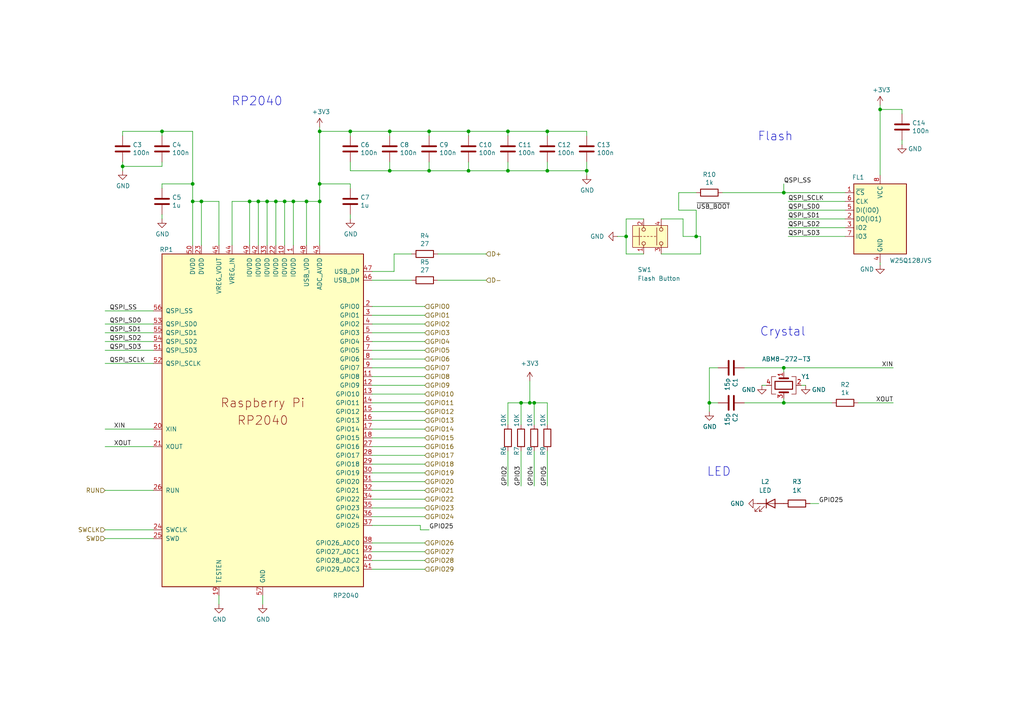
<source format=kicad_sch>
(kicad_sch (version 20231120) (generator "eeschema") (generator_version "8.0")
  (paper "A4")
  (title_block (title "FRANK2") (date "2024-11-21") (rev "1.0") (company "Mikhail Matveev") (comment 1 "https://github.com/xtremespb/frank2"))
  (lib_symbols
    (symbol "+3V3_1" (power) (pin_numbers hide) (pin_names (offset 0) hide)
      (property "Value" "+3V3" (at 0 3.556 0))
      (symbol "+3V3_1_0_1"
        (polyline (pts (xy -0.762 1.27) (xy 0 2.54)))
        (polyline (pts (xy 0 0) (xy 0 2.54)))
        (polyline (pts (xy 0 2.54) (xy 0.762 1.27)))
      )
      (symbol "+3V3_1_1_1"
        (pin power_in line (at 0 0 90) (length 0) (name "~") (number "1"))
      )
    )
    (symbol "Device:C" (pin_numbers hide) (pin_names (offset 0.254))
      (property "Reference" "C" (at 0.635 2.54 0))
      (property "Value" "C" (at 0.635 -2.54 0))
      (symbol "C_0_1"
        (polyline (pts (xy -2.032 -0.762) (xy 2.032 -0.762)) (stroke (width 0.508)))
        (polyline (pts (xy -2.032 0.762) (xy 2.032 0.762)) (stroke (width 0.508)))
      )
      (symbol "C_1_1"
        (pin passive line (at 0 3.81 270) (length 2.794) (name "~") (number "1"))
        (pin passive line (at 0 -3.81 90) (length 2.794) (name "~") (number "2"))
      )
    )
    (symbol "Device:Crystal_GND24" (pin_names (offset 1.016) hide)
      (property "Reference" "Y" (at 3.175 5.08 0))
      (property "Value" "Crystal_GND24" (at 3.175 3.175 0))
      (symbol "Crystal_GND24_0_1"
        (rectangle (start -1.143 2.54) (end 1.143 -2.54) (stroke (width 0.3048)))
        (polyline (pts (xy -2.54 0) (xy -2.032 0)))
        (polyline (pts (xy -2.032 -1.27) (xy -2.032 1.27)) (stroke (width 0.508)))
        (polyline (pts (xy 0 -3.81) (xy 0 -3.556)))
        (polyline (pts (xy 0 3.556) (xy 0 3.81)))
        (polyline (pts (xy 2.032 -1.27) (xy 2.032 1.27)) (stroke (width 0.508)))
        (polyline (pts (xy 2.032 0) (xy 2.54 0)))
        (polyline (pts (xy -2.54 -2.286) (xy -2.54 -3.556) (xy 2.54 -3.556) (xy 2.54 -2.286)))
        (polyline (pts (xy -2.54 2.286) (xy -2.54 3.556) (xy 2.54 3.556) (xy 2.54 2.286)))
      )
      (symbol "Crystal_GND24_1_1"
        (pin passive line (at -3.81 0 0) (length 1.27) (name "1") (number "1"))
        (pin passive line (at 0 5.08 270) (length 1.27) (name "2") (number "2"))
        (pin passive line (at 3.81 0 180) (length 1.27) (name "3") (number "3"))
        (pin passive line (at 0 -5.08 90) (length 1.27) (name "4") (number "4"))
      )
    )
    (symbol "Device:LED" (pin_numbers hide) (pin_names (offset 1.016) hide)
      (property "Reference" "D" (at 0 2.54 0))
      (property "Value" "LED" (at 0 -2.54 0))
      (symbol "LED_0_1"
        (polyline (pts (xy -1.27 -1.27) (xy -1.27 1.27)) (stroke (width 0.254)))
        (polyline (pts (xy -1.27 0) (xy 1.27 0)))
        (polyline (pts (xy 1.27 -1.27) (xy 1.27 1.27) (xy -1.27 0) (xy 1.27 -1.27)) (stroke (width 0.254)))
        (polyline (pts (xy -3.048 -0.762) (xy -4.572 -2.286) (xy -3.81 -2.286) (xy -4.572 -2.286) (xy -4.572 -1.524)))
        (polyline (pts (xy -1.778 -0.762) (xy -3.302 -2.286) (xy -2.54 -2.286) (xy -3.302 -2.286) (xy -3.302 -1.524)))
      )
      (symbol "LED_1_1"
        (pin passive line (at -3.81 0 0) (length 2.54) (name "K") (number "1"))
        (pin passive line (at 3.81 0 180) (length 2.54) (name "A") (number "2"))
      )
    )
    (symbol "Device:R" (pin_numbers hide) (pin_names (offset 0))
      (property "Reference" "R" (at 2.032 0 90))
      (property "Value" "R" (at 0 0 90))
      (symbol "R_0_1"
        (rectangle (start -1.016 -2.54) (end 1.016 2.54) (stroke (width 0.254)))
      )
      (symbol "R_1_1"
        (pin passive line (at 0 3.81 270) (length 1.27) (name "~") (number "1"))
        (pin passive line (at 0 -3.81 90) (length 1.27) (name "~") (number "2"))
      )
    )
    (symbol "GND_1" (power) (pin_numbers hide) (pin_names (offset 0) hide)
      (property "Value" "GND" (at 0 -3.81 0))
      (symbol "GND_1_0_1"
        (polyline (pts (xy 0 0) (xy 0 -1.27) (xy 1.27 -1.27) (xy 0 -2.54) (xy -1.27 -1.27) (xy 0 -1.27)))
      )
      (symbol "GND_1_1_1"
        (pin power_in line (at 0 0 270) (length 0) (name "~") (number "1"))
      )
    )
    (symbol "GND_2" (power) (pin_numbers hide) (pin_names (offset 0) hide)
      (property "Value" "GND" (at 0 -3.81 0))
      (symbol "GND_2_0_1"
        (polyline (pts (xy 0 0) (xy 0 -1.27) (xy 1.27 -1.27) (xy 0 -2.54) (xy -1.27 -1.27) (xy 0 -1.27)))
      )
      (symbol "GND_2_1_1"
        (pin power_in line (at 0 0 270) (length 0) (name "~") (number "1"))
      )
    )
    (symbol "MCU_RaspberryPi_RP2040:RP2040" (pin_names (offset 1.016))
      (property "Reference" "U" (at -29.21 49.53 0))
      (property "Value" "RP2040" (at 24.13 -49.53 0))
      (symbol "RP2040_0_0"
        (text "Raspberry Pi" (at 0 5.08 0) (effects (font (size 2.54 2.54))))
        (text "RP2040" (at 0 0 0) (effects (font (size 2.54 2.54))))
      )
      (symbol "RP2040_0_1"
        (rectangle (start 29.21 48.26) (end -29.21 -48.26) (stroke (width 0.254)) (fill (type background)))
      )
      (symbol "RP2040_1_1"
        (pin power_in line (at 8.89 50.8 270) (length 2.54) (name "IOVDD") (number "1"))
        (pin power_in line (at 6.35 50.8 270) (length 2.54) (name "IOVDD") (number "10"))
        (pin bidirectional line (at 31.75 12.7 180) (length 2.54) (name "GPIO8") (number "11"))
        (pin bidirectional line (at 31.75 10.16 180) (length 2.54) (name "GPIO9") (number "12"))
        (pin bidirectional line (at 31.75 7.62 180) (length 2.54) (name "GPIO10") (number "13"))
        (pin bidirectional line (at 31.75 5.08 180) (length 2.54) (name "GPIO11") (number "14"))
        (pin bidirectional line (at 31.75 2.54 180) (length 2.54) (name "GPIO12") (number "15"))
        (pin bidirectional line (at 31.75 0 180) (length 2.54) (name "GPIO13") (number "16"))
        (pin bidirectional line (at 31.75 -2.54 180) (length 2.54) (name "GPIO14") (number "17"))
        (pin bidirectional line (at 31.75 -5.08 180) (length 2.54) (name "GPIO15") (number "18"))
        (pin passive line (at -12.7 -50.8 90) (length 2.54) (name "TESTEN") (number "19"))
        (pin bidirectional line (at 31.75 33.02 180) (length 2.54) (name "GPIO0") (number "2"))
        (pin input line (at -31.75 -2.54 0) (length 2.54) (name "XIN") (number "20"))
        (pin passive line (at -31.75 -7.62 0) (length 2.54) (name "XOUT") (number "21"))
        (pin power_in line (at 3.81 50.8 270) (length 2.54) (name "IOVDD") (number "22"))
        (pin power_in line (at -17.78 50.8 270) (length 2.54) (name "DVDD") (number "23"))
        (pin output line (at -31.75 -31.75 0) (length 2.54) (name "SWCLK") (number "24"))
        (pin bidirectional line (at -31.75 -34.29 0) (length 2.54) (name "SWD") (number "25"))
        (pin input line (at -31.75 -20.32 0) (length 2.54) (name "RUN") (number "26"))
        (pin bidirectional line (at 31.75 -7.62 180) (length 2.54) (name "GPIO16") (number "27"))
        (pin bidirectional line (at 31.75 -10.16 180) (length 2.54) (name "GPIO17") (number "28"))
        (pin bidirectional line (at 31.75 -12.7 180) (length 2.54) (name "GPIO18") (number "29"))
        (pin bidirectional line (at 31.75 30.48 180) (length 2.54) (name "GPIO1") (number "3"))
        (pin bidirectional line (at 31.75 -15.24 180) (length 2.54) (name "GPIO19") (number "30"))
        (pin bidirectional line (at 31.75 -17.78 180) (length 2.54) (name "GPIO20") (number "31"))
        (pin bidirectional line (at 31.75 -20.32 180) (length 2.54) (name "GPIO21") (number "32"))
        (pin power_in line (at 1.27 50.8 270) (length 2.54) (name "IOVDD") (number "33"))
        (pin bidirectional line (at 31.75 -22.86 180) (length 2.54) (name "GPIO22") (number "34"))
        (pin bidirectional line (at 31.75 -25.4 180) (length 2.54) (name "GPIO23") (number "35"))
        (pin bidirectional line (at 31.75 -27.94 180) (length 2.54) (name "GPIO24") (number "36"))
        (pin bidirectional line (at 31.75 -30.48 180) (length 2.54) (name "GPIO25") (number "37"))
        (pin bidirectional line (at 31.75 -35.56 180) (length 2.54) (name "GPIO26_ADC0") (number "38"))
        (pin bidirectional line (at 31.75 -38.1 180) (length 2.54) (name "GPIO27_ADC1") (number "39"))
        (pin bidirectional line (at 31.75 27.94 180) (length 2.54) (name "GPIO2") (number "4"))
        (pin bidirectional line (at 31.75 -40.64 180) (length 2.54) (name "GPIO28_ADC2") (number "40"))
        (pin bidirectional line (at 31.75 -43.18 180) (length 2.54) (name "GPIO29_ADC3") (number "41"))
        (pin power_in line (at -1.27 50.8 270) (length 2.54) (name "IOVDD") (number "42"))
        (pin power_in line (at 16.51 50.8 270) (length 2.54) (name "ADC_AVDD") (number "43"))
        (pin power_in line (at -8.89 50.8 270) (length 2.54) (name "VREG_IN") (number "44"))
        (pin power_out line (at -12.7 50.8 270) (length 2.54) (name "VREG_VOUT") (number "45"))
        (pin bidirectional line (at 31.75 40.64 180) (length 2.54) (name "USB_DM") (number "46"))
        (pin bidirectional line (at 31.75 43.18 180) (length 2.54) (name "USB_DP") (number "47"))
        (pin power_in line (at 12.7 50.8 270) (length 2.54) (name "USB_VDD") (number "48"))
        (pin power_in line (at -3.81 50.8 270) (length 2.54) (name "IOVDD") (number "49"))
        (pin bidirectional line (at 31.75 25.4 180) (length 2.54) (name "GPIO3") (number "5"))
        (pin power_in line (at -20.32 50.8 270) (length 2.54) (name "DVDD") (number "50"))
        (pin bidirectional line (at -31.75 20.32 0) (length 2.54) (name "QSPI_SD3") (number "51"))
        (pin output line (at -31.75 16.51 0) (length 2.54) (name "QSPI_SCLK") (number "52"))
        (pin bidirectional line (at -31.75 27.94 0) (length 2.54) (name "QSPI_SD0") (number "53"))
        (pin bidirectional line (at -31.75 22.86 0) (length 2.54) (name "QSPI_SD2") (number "54"))
        (pin bidirectional line (at -31.75 25.4 0) (length 2.54) (name "QSPI_SD1") (number "55"))
        (pin bidirectional line (at -31.75 31.75 0) (length 2.54) (name "QSPI_SS") (number "56"))
        (pin power_in line (at 0 -50.8 90) (length 2.54) (name "GND") (number "57"))
        (pin bidirectional line (at 31.75 22.86 180) (length 2.54) (name "GPIO4") (number "6"))
        (pin bidirectional line (at 31.75 20.32 180) (length 2.54) (name "GPIO5") (number "7"))
        (pin bidirectional line (at 31.75 17.78 180) (length 2.54) (name "GPIO6") (number "8"))
        (pin bidirectional line (at 31.75 15.24 180) (length 2.54) (name "GPIO7") (number "9"))
      )
    )
    (symbol "Memory_Flash:W25Q128JVS"
      (property "Reference" "U" (at -8.89 8.89 0))
      (property "Value" "W25Q128JVS" (at 7.62 8.89 0))
      (symbol "W25Q128JVS_0_1"
        (rectangle (start -7.62 10.16) (end 7.62 -10.16) (stroke (width 0.254)) (fill (type background)))
      )
      (symbol "W25Q128JVS_1_1"
        (pin input line (at -10.16 7.62 0) (length 2.54) (name "~{CS}") (number "1"))
        (pin bidirectional line (at -10.16 0 0) (length 2.54) (name "DO(IO1)") (number "2"))
        (pin bidirectional line (at -10.16 -2.54 0) (length 2.54) (name "IO2") (number "3"))
        (pin power_in line (at 0 -12.7 90) (length 2.54) (name "GND") (number "4"))
        (pin bidirectional line (at -10.16 2.54 0) (length 2.54) (name "DI(IO0)") (number "5"))
        (pin input line (at -10.16 5.08 0) (length 2.54) (name "CLK") (number "6"))
        (pin bidirectional line (at -10.16 -5.08 0) (length 2.54) (name "IO3") (number "7"))
        (pin power_in line (at 0 12.7 270) (length 2.54) (name "VCC") (number "8"))
      )
    )
    (symbol "Switch:SW_Push_Dual" (pin_names (offset 1.016) hide)
      (property "Reference" "SW" (at 0 7.62 0))
      (property "Value" "SW_Push_Dual" (at 0 -6.35 0))
      (symbol "SW_Push_Dual_0_1"
        (circle (center -2.032 -2.54) (radius 0.508))
        (circle (center -2.032 2.54) (radius 0.508))
        (polyline (pts (xy 0 -0.508) (xy 0 -1.016)))
        (polyline (pts (xy 0 0.508) (xy 0 0)))
        (polyline (pts (xy 0 1.016) (xy 0 1.524)))
        (polyline (pts (xy 0 2.032) (xy 0 2.54)))
        (polyline (pts (xy 0 3.048) (xy 0 3.556)))
        (polyline (pts (xy 0 3.81) (xy 0 5.588)))
        (polyline (pts (xy 2.54 -1.27) (xy -2.54 -1.27)))
        (polyline (pts (xy 2.54 3.81) (xy -2.54 3.81)))
        (circle (center 2.032 -2.54) (radius 0.508))
        (circle (center 2.032 2.54) (radius 0.508))
        (pin passive line (at -5.08 2.54 0) (length 2.54) (name "1") (number "1"))
        (pin passive line (at 5.08 2.54 180) (length 2.54) (name "2") (number "2"))
        (pin passive line (at -5.08 -2.54 0) (length 2.54) (name "3") (number "3"))
        (pin passive line (at 5.08 -2.54 180) (length 2.54) (name "4") (number "4"))
      )
      (symbol "SW_Push_Dual_1_1"
        (rectangle (start -3.175 5.715) (end 3.175 -4.445) (fill (type background)))
      )
    )
    (symbol "power:+3V3" (power) (pin_names (offset 0))
      (property "Value" "+3V3" (at 0 3.556 0))
      (symbol "+3V3_0_1"
        (polyline (pts (xy -0.762 1.27) (xy 0 2.54)))
        (polyline (pts (xy 0 0) (xy 0 2.54)))
        (polyline (pts (xy 0 2.54) (xy 0.762 1.27)))
      )
      (symbol "+3V3_1_1"
        (pin power_in line (at 0 0 90) (length 0) hide (name "+3V3") (number "1"))
      )
    )
    (symbol "power:GND" (power) (pin_names (offset 0))
      (property "Value" "GND" (at 0 -3.81 0))
      (symbol "GND_0_1"
        (polyline (pts (xy 0 0) (xy 0 -1.27) (xy 1.27 -1.27) (xy 0 -2.54) (xy -1.27 -1.27) (xy 0 -1.27)))
      )
      (symbol "GND_1_1"
        (pin power_in line (at 0 0 270) (length 0) hide (name "GND") (number "1"))
      )
    )
  )
  (junction (at 58.42 58.42))
  (junction (at 205.74 116.84))
  (junction (at 113.03 49.53))
  (junction (at 88.9 58.42))
  (junction (at 101.6 38.1))
  (junction (at 158.75 49.53))
  (junction (at 72.39 58.42))
  (junction (at 151.13 116.84))
  (junction (at 154.94 116.84))
  (junction (at 82.55 58.42))
  (junction (at 92.71 53.34))
  (junction (at 153.67 116.84))
  (junction (at 170.18 49.53))
  (junction (at 35.56 48.26))
  (junction (at 147.32 49.53))
  (junction (at 80.01 58.42))
  (junction (at 135.89 38.1))
  (junction (at 55.88 53.34))
  (junction (at 113.03 38.1))
  (junction (at 46.99 38.1))
  (junction (at 227.33 55.88))
  (junction (at 135.89 49.53))
  (junction (at 92.71 38.1))
  (junction (at 85.09 58.42))
  (junction (at 74.93 58.42))
  (junction (at 227.33 116.84))
  (junction (at 158.75 38.1))
  (junction (at 124.46 38.1))
  (junction (at 92.71 58.42))
  (junction (at 55.88 58.42))
  (junction (at 77.47 58.42))
  (junction (at 255.27 31.75))
  (junction (at 201.93 68.58))
  (junction (at 227.33 106.68))
  (junction (at 124.46 49.53))
  (junction (at 147.32 38.1))
  (junction (at 181.61 68.58))
  (wire (pts (xy 58.42 58.42) (xy 55.88 58.42)))
  (wire (pts (xy 245.11 60.96) (xy 228.6 60.96)))
  (wire (pts (xy 127 73.66) (xy 140.97 73.66)))
  (wire (pts (xy 107.95 104.14) (xy 123.19 104.14)))
  (wire (pts (xy 181.61 63.5) (xy 181.61 68.58)))
  (wire (pts (xy 121.92 152.4) (xy 107.95 152.4)))
  (wire (pts (xy 46.99 48.26) (xy 46.99 46.99)))
  (wire (pts (xy 170.18 46.99) (xy 170.18 49.53)))
  (wire (pts (xy 196.85 60.96) (xy 196.85 55.88)))
  (wire (pts (xy 255.27 31.75) (xy 255.27 50.8)))
  (wire (pts (xy 114.3 73.66) (xy 114.3 78.74)))
  (wire (pts (xy 82.55 58.42) (xy 85.09 58.42)))
  (wire (pts (xy 158.75 39.37) (xy 158.75 38.1)))
  (wire (pts (xy 92.71 38.1) (xy 101.6 38.1)))
  (wire (pts (xy 147.32 140.97) (xy 147.32 130.81)))
  (wire (pts (xy 101.6 46.99) (xy 101.6 49.53)))
  (wire (pts (xy 151.13 140.97) (xy 151.13 130.81)))
  (wire (pts (xy 101.6 39.37) (xy 101.6 38.1)))
  (wire (pts (xy 67.31 58.42) (xy 72.39 58.42)))
  (wire (pts (xy 154.94 116.84) (xy 158.75 116.84)))
  (wire (pts (xy 205.74 106.68) (xy 205.74 116.84)))
  (wire (pts (xy 261.62 40.64) (xy 261.62 41.91)))
  (wire (pts (xy 107.95 142.24) (xy 123.19 142.24)))
  (wire (pts (xy 107.95 160.02) (xy 123.19 160.02)))
  (wire (pts (xy 113.03 39.37) (xy 113.03 38.1)))
  (wire (pts (xy 261.62 33.02) (xy 261.62 31.75)))
  (wire (pts (xy 101.6 62.23) (xy 101.6 63.5)))
  (wire (pts (xy 80.01 58.42) (xy 82.55 58.42)))
  (wire (pts (xy 215.9 106.68) (xy 227.33 106.68)))
  (wire (pts (xy 92.71 58.42) (xy 92.71 71.12)))
  (wire (pts (xy 151.13 116.84) (xy 153.67 116.84)))
  (wire (pts (xy 63.5 71.12) (xy 63.5 58.42)))
  (wire (pts (xy 30.48 99.06) (xy 44.45 99.06)))
  (wire (pts (xy 107.95 165.1) (xy 123.19 165.1)))
  (wire (pts (xy 201.93 68.58) (xy 201.93 60.96)))
  (wire (pts (xy 113.03 46.99) (xy 113.03 49.53)))
  (wire (pts (xy 46.99 39.37) (xy 46.99 38.1)))
  (wire (pts (xy 227.33 55.88) (xy 245.11 55.88)))
  (wire (pts (xy 107.95 127) (xy 123.19 127)))
  (wire (pts (xy 196.85 55.88) (xy 201.93 55.88)))
  (wire (pts (xy 30.48 124.46) (xy 44.45 124.46)))
  (wire (pts (xy 107.95 96.52) (xy 123.19 96.52)))
  (wire (pts (xy 201.93 68.58) (xy 203.2 68.58)))
  (wire (pts (xy 208.28 106.68) (xy 205.74 106.68)))
  (wire (pts (xy 154.94 140.97) (xy 154.94 130.81)))
  (wire (pts (xy 153.67 116.84) (xy 153.67 110.49)))
  (wire (pts (xy 46.99 62.23) (xy 46.99 63.5)))
  (wire (pts (xy 107.95 101.6) (xy 123.19 101.6)))
  (wire (pts (xy 46.99 54.61) (xy 46.99 53.34)))
  (wire (pts (xy 92.71 53.34) (xy 92.71 58.42)))
  (wire (pts (xy 92.71 38.1) (xy 92.71 53.34)))
  (wire (pts (xy 127 81.28) (xy 140.97 81.28)))
  (wire (pts (xy 101.6 54.61) (xy 101.6 53.34)))
  (wire (pts (xy 88.9 71.12) (xy 88.9 58.42)))
  (wire (pts (xy 158.75 46.99) (xy 158.75 49.53)))
  (wire (pts (xy 55.88 53.34) (xy 55.88 58.42)))
  (wire (pts (xy 44.45 129.54) (xy 30.48 129.54)))
  (wire (pts (xy 191.77 63.5) (xy 198.12 63.5)))
  (wire (pts (xy 44.45 153.67) (xy 30.48 153.67)))
  (wire (pts (xy 107.95 124.46) (xy 123.19 124.46)))
  (wire (pts (xy 215.9 116.84) (xy 227.33 116.84)))
  (wire (pts (xy 107.95 139.7) (xy 123.19 139.7)))
  (wire (pts (xy 147.32 49.53) (xy 135.89 49.53)))
  (wire (pts (xy 72.39 58.42) (xy 74.93 58.42)))
  (wire (pts (xy 245.11 68.58) (xy 228.6 68.58)))
  (wire (pts (xy 101.6 38.1) (xy 113.03 38.1)))
  (wire (pts (xy 220.98 111.76) (xy 222.25 111.76)))
  (wire (pts (xy 228.6 58.42) (xy 245.11 58.42)))
  (wire (pts (xy 154.94 123.19) (xy 154.94 116.84)))
  (wire (pts (xy 107.95 162.56) (xy 123.19 162.56)))
  (wire (pts (xy 181.61 63.5) (xy 186.69 63.5)))
  (wire (pts (xy 67.31 71.12) (xy 67.31 58.42)))
  (wire (pts (xy 88.9 58.42) (xy 92.71 58.42)))
  (wire (pts (xy 46.99 53.34) (xy 55.88 53.34)))
  (wire (pts (xy 209.55 55.88) (xy 227.33 55.88)))
  (wire (pts (xy 35.56 46.99) (xy 35.56 48.26)))
  (wire (pts (xy 135.89 38.1) (xy 147.32 38.1)))
  (wire (pts (xy 107.95 99.06) (xy 123.19 99.06)))
  (wire (pts (xy 107.95 114.3) (xy 123.19 114.3)))
  (wire (pts (xy 147.32 38.1) (xy 158.75 38.1)))
  (wire (pts (xy 227.33 115.57) (xy 227.33 116.84)))
  (wire (pts (xy 55.88 38.1) (xy 55.88 53.34)))
  (wire (pts (xy 245.11 63.5) (xy 228.6 63.5)))
  (wire (pts (xy 208.28 116.84) (xy 205.74 116.84)))
  (wire (pts (xy 191.77 73.66) (xy 203.2 73.66)))
  (wire (pts (xy 227.33 107.95) (xy 227.33 106.68)))
  (wire (pts (xy 151.13 123.19) (xy 151.13 116.84)))
  (wire (pts (xy 114.3 73.66) (xy 119.38 73.66)))
  (wire (pts (xy 30.48 101.6) (xy 44.45 101.6)))
  (wire (pts (xy 107.95 147.32) (xy 123.19 147.32)))
  (wire (pts (xy 203.2 68.58) (xy 203.2 73.66)))
  (wire (pts (xy 107.95 129.54) (xy 123.19 129.54)))
  (wire (pts (xy 80.01 71.12) (xy 80.01 58.42)))
  (wire (pts (xy 147.32 46.99) (xy 147.32 49.53)))
  (wire (pts (xy 72.39 71.12) (xy 72.39 58.42)))
  (wire (pts (xy 30.48 93.98) (xy 44.45 93.98)))
  (wire (pts (xy 153.67 116.84) (xy 154.94 116.84)))
  (wire (pts (xy 198.12 68.58) (xy 198.12 63.5)))
  (wire (pts (xy 107.95 106.68) (xy 123.19 106.68)))
  (wire (pts (xy 255.27 76.835) (xy 255.27 76.2)))
  (wire (pts (xy 147.32 116.84) (xy 151.13 116.84)))
  (wire (pts (xy 227.33 106.68) (xy 259.08 106.68)))
  (wire (pts (xy 181.61 73.66) (xy 186.69 73.66)))
  (wire (pts (xy 158.75 38.1) (xy 170.18 38.1)))
  (wire (pts (xy 113.03 38.1) (xy 124.46 38.1)))
  (wire (pts (xy 63.5 172.72) (xy 63.5 175.26)))
  (wire (pts (xy 107.95 132.08) (xy 123.19 132.08)))
  (wire (pts (xy 234.95 146.05) (xy 237.49 146.05)))
  (wire (pts (xy 248.92 116.84) (xy 259.08 116.84)))
  (wire (pts (xy 107.95 116.84) (xy 123.19 116.84)))
  (wire (pts (xy 107.95 78.74) (xy 114.3 78.74)))
  (wire (pts (xy 124.46 46.99) (xy 124.46 49.53)))
  (wire (pts (xy 255.27 30.48) (xy 255.27 31.75)))
  (wire (pts (xy 147.32 39.37) (xy 147.32 38.1)))
  (wire (pts (xy 227.33 116.84) (xy 241.3 116.84)))
  (wire (pts (xy 107.95 81.28) (xy 119.38 81.28)))
  (wire (pts (xy 35.56 48.26) (xy 46.99 48.26)))
  (wire (pts (xy 124.46 39.37) (xy 124.46 38.1)))
  (wire (pts (xy 107.95 91.44) (xy 123.19 91.44)))
  (wire (pts (xy 158.75 49.53) (xy 147.32 49.53)))
  (wire (pts (xy 92.71 53.34) (xy 101.6 53.34)))
  (wire (pts (xy 205.74 116.84) (xy 205.74 119.38)))
  (wire (pts (xy 55.88 58.42) (xy 55.88 71.12)))
  (wire (pts (xy 201.93 60.96) (xy 196.85 60.96)))
  (wire (pts (xy 44.45 142.24) (xy 30.48 142.24)))
  (wire (pts (xy 44.45 156.21) (xy 30.48 156.21)))
  (wire (pts (xy 170.18 39.37) (xy 170.18 38.1)))
  (wire (pts (xy 85.09 58.42) (xy 88.9 58.42)))
  (wire (pts (xy 121.92 153.67) (xy 124.46 153.67)))
  (wire (pts (xy 107.95 119.38) (xy 123.19 119.38)))
  (wire (pts (xy 135.89 46.99) (xy 135.89 49.53)))
  (wire (pts (xy 113.03 49.53) (xy 101.6 49.53)))
  (wire (pts (xy 63.5 58.42) (xy 58.42 58.42)))
  (wire (pts (xy 135.89 39.37) (xy 135.89 38.1)))
  (wire (pts (xy 245.11 66.04) (xy 228.6 66.04)))
  (wire (pts (xy 124.46 38.1) (xy 135.89 38.1)))
  (wire (pts (xy 107.95 93.98) (xy 123.19 93.98)))
  (wire (pts (xy 147.32 123.19) (xy 147.32 116.84)))
  (wire (pts (xy 198.12 68.58) (xy 201.93 68.58)))
  (wire (pts (xy 135.89 49.53) (xy 124.46 49.53)))
  (wire (pts (xy 92.71 36.83) (xy 92.71 38.1)))
  (wire (pts (xy 121.92 153.67) (xy 121.92 152.4)))
  (wire (pts (xy 232.41 111.76) (xy 233.68 111.76)))
  (wire (pts (xy 107.95 121.92) (xy 123.19 121.92)))
  (wire (pts (xy 227.33 53.34) (xy 227.33 55.88)))
  (wire (pts (xy 124.46 49.53) (xy 113.03 49.53)))
  (wire (pts (xy 77.47 58.42) (xy 80.01 58.42)))
  (wire (pts (xy 46.99 38.1) (xy 55.88 38.1)))
  (wire (pts (xy 107.95 111.76) (xy 123.19 111.76)))
  (wire (pts (xy 30.48 96.52) (xy 44.45 96.52)))
  (wire (pts (xy 85.09 58.42) (xy 85.09 71.12)))
  (wire (pts (xy 181.61 68.58) (xy 181.61 73.66)))
  (wire (pts (xy 107.95 137.16) (xy 123.19 137.16)))
  (wire (pts (xy 35.56 38.1) (xy 46.99 38.1)))
  (wire (pts (xy 35.56 39.37) (xy 35.56 38.1)))
  (wire (pts (xy 35.56 48.26) (xy 35.56 49.53)))
  (wire (pts (xy 158.75 123.19) (xy 158.75 116.84)))
  (wire (pts (xy 158.75 49.53) (xy 170.18 49.53)))
  (wire (pts (xy 74.93 71.12) (xy 74.93 58.42)))
  (wire (pts (xy 179.07 68.58) (xy 181.61 68.58)))
  (wire (pts (xy 76.2 172.72) (xy 76.2 175.26)))
  (wire (pts (xy 44.45 105.41) (xy 30.48 105.41)))
  (wire (pts (xy 74.93 58.42) (xy 77.47 58.42)))
  (wire (pts (xy 170.18 49.53) (xy 170.18 50.8)))
  (wire (pts (xy 44.45 90.17) (xy 30.48 90.17)))
  (wire (pts (xy 107.95 134.62) (xy 123.19 134.62)))
  (wire (pts (xy 107.95 109.22) (xy 123.19 109.22)))
  (wire (pts (xy 77.47 71.12) (xy 77.47 58.42)))
  (wire (pts (xy 58.42 71.12) (xy 58.42 58.42)))
  (wire (pts (xy 107.95 157.48) (xy 123.19 157.48)))
  (wire (pts (xy 158.75 140.97) (xy 158.75 130.81)))
  (wire (pts (xy 107.95 149.86) (xy 123.19 149.86)))
  (wire (pts (xy 261.62 31.75) (xy 255.27 31.75)))
  (wire (pts (xy 107.95 88.9) (xy 123.19 88.9)))
  (wire (pts (xy 82.55 71.12) (xy 82.55 58.42)))
  (wire (pts (xy 107.95 144.78) (xy 123.19 144.78)))
  (text "LED" (at 204.978 138.43 0) (effects (font (size 2.54 2.54)) (justify left bottom)))
  (text "RP2040" (at 67.056 30.988 0) (effects (font (size 2.54 2.54)) (justify left bottom)))
  (text "Flash" (at 219.71 41.148 0) (effects (font (size 2.54 2.54)) (justify left bottom)))
  (text "Crystal" (at 220.345 97.79 0) (effects (font (size 2.54 2.54)) (justify left bottom)))
  (label "QSPI_SD2" (at 228.6 66.04 0))
  (label "QSPI_SCLK" (at 31.75 105.41 0))
  (label "QSPI_SD0" (at 31.75 93.98 0))
  (label "GPIO5" (at 158.75 140.97 90))
  (label "QSPI_SS" (at 227.33 53.34 0))
  (label "XIN" (at 33.02 124.46 0))
  (label "QSPI_SCLK" (at 228.6 58.42 0))
  (label "GPIO2" (at 147.32 140.97 90))
  (label "QSPI_SD1" (at 31.75 96.52 0))
  (label "QSPI_SD3" (at 31.75 101.6 0))
  (label "GPIO25" (at 237.49 146.05 0))
  (label "XIN" (at 259.08 106.68 180))
  (label "GPIO25" (at 124.46 153.67 0))
  (label "~{USB_BOOT}" (at 201.93 60.96 0))
  (label "GPIO3" (at 151.13 140.97 90))
  (label "QSPI_SD0" (at 228.6 60.96 0))
  (label "XOUT" (at 259.08 116.84 180))
  (label "XOUT" (at 33.02 129.54 0))
  (label "QSPI_SD1" (at 228.6 63.5 0))
  (label "GPIO4" (at 154.94 140.97 90))
  (label "QSPI_SD3" (at 228.6 68.58 0))
  (label "QSPI_SD2" (at 31.75 99.06 0))
  (label "QSPI_SS" (at 31.75 90.17 0))
  (hierarchical_label "GPIO18" (shape input) (at 123.19 134.62 0))
  (hierarchical_label "GPIO29" (shape input) (at 123.19 165.1 0))
  (hierarchical_label "GPIO3" (shape input) (at 123.19 96.52 0))
  (hierarchical_label "GPIO15" (shape input) (at 123.19 127 0))
  (hierarchical_label "GPIO21" (shape input) (at 123.19 142.24 0))
  (hierarchical_label "GPIO16" (shape input) (at 123.19 129.54 0))
  (hierarchical_label "GPIO1" (shape input) (at 123.19 91.44 0))
  (hierarchical_label "D-" (shape input) (at 140.97 81.28 0))
  (hierarchical_label "GPIO11" (shape input) (at 123.19 116.84 0))
  (hierarchical_label "GPIO27" (shape input) (at 123.19 160.02 0))
  (hierarchical_label "D+" (shape input) (at 140.97 73.66 0))
  (hierarchical_label "GPIO20" (shape input) (at 123.19 139.7 0))
  (hierarchical_label "GPIO14" (shape input) (at 123.19 124.46 0))
  (hierarchical_label "GPIO8" (shape input) (at 123.19 109.22 0))
  (hierarchical_label "GPIO26" (shape input) (at 123.19 157.48 0))
  (hierarchical_label "GPIO22" (shape input) (at 123.19 144.78 0))
  (hierarchical_label "GPIO4" (shape input) (at 123.19 99.06 0))
  (hierarchical_label "GPIO7" (shape input) (at 123.19 106.68 0))
  (hierarchical_label "GPIO10" (shape input) (at 123.19 114.3 0))
  (hierarchical_label "SWD" (shape input) (at 30.48 156.21 180))
  (hierarchical_label "GPIO28" (shape input) (at 123.19 162.56 0))
  (hierarchical_label "RUN" (shape input) (at 30.48 142.24 180))
  (hierarchical_label "GPIO23" (shape input) (at 123.19 147.32 0))
  (hierarchical_label "GPIO0" (shape input) (at 123.19 88.9 0))
  (hierarchical_label "GPIO5" (shape input) (at 123.19 101.6 0))
  (hierarchical_label "SWCLK" (shape input) (at 30.48 153.67 180))
  (hierarchical_label "GPIO13" (shape input) (at 123.19 121.92 0))
  (hierarchical_label "GPIO6" (shape input) (at 123.19 104.14 0))
  (hierarchical_label "GPIO2" (shape input) (at 123.19 93.98 0))
  (hierarchical_label "GPIO17" (shape input) (at 123.19 132.08 0))
  (hierarchical_label "GPIO12" (shape input) (at 123.19 119.38 0))
  (hierarchical_label "GPIO9" (shape input) (at 123.19 111.76 0))
  (hierarchical_label "GPIO24" (shape input) (at 123.19 149.86 0))
  (hierarchical_label "GPIO19" (shape input) (at 123.19 137.16 0))
  (symbol (lib_id "Device:R") (at 151.13 127 180) (unit 1)
    (property "Reference" "R7" (at 149.86 130.81 90))
    (property "Value" "10K" (at 149.86 121.92 90))
    (property "Footprint" "Resistor_SMD:R_0805_2012Metric_Pad1.20x1.40mm_HandSolder" (effects (hide yes)))
    (instances (project "frank2" (path "" (reference "R7") (unit 1)) (path "" (reference "R52") (unit 1))))
  )
  (symbol (lib_id "Device:C") (at 46.99 43.18 0) (unit 1)
    (property "Reference" "C4" (at 49.911 42.0116 0) (effects (justify left)))
    (property "Value" "100n" (at 49.911 44.323 0) (effects (justify left)))
    (property "Footprint" "Capacitor_SMD:C_0805_2012Metric_Pad1.18x1.45mm_HandSolder" (effects (hide yes)))
    (instances (project "frank2" (path "" (reference "C4") (unit 1)) (path "" (reference "C35") (unit 1))))
  )
  (symbol (lib_id "MCU_RaspberryPi_RP2040:RP2040") (at 76.2 121.92 0) (unit 1)
    (property "Reference" "RP1" (at 48.26 72.39 0))
    (property "Value" "RP2040" (at 100.33 172.72 0))
    (property "Footprint" "LIBS:RP2040-QFN-56" (effects (hide yes)))
    (instances (project "frank2" (path "" (reference "RP1") (unit 1)) (path "" (reference "U2") (unit 1))))
  )
  (symbol (lib_id "Device:R") (at 231.14 146.05 90) (unit 1)
    (property "Reference" "R3" (at 231.14 139.7 90))
    (property "Value" "1K" (at 231.14 142.24 90))
    (property "Footprint" "Resistor_SMD:R_0805_2012Metric_Pad1.20x1.40mm_HandSolder" (effects (hide yes)))
    (property "Description" "Resistor" (effects (hide yes)))
    (instances (project "frank2" (path "" (reference "R3") (unit 1)) (path "" (reference "R48") (unit 1))))
  )
  (symbol (lib_id "Device:Crystal_GND24") (at 227.33 111.76 270) (unit 1)
    (property "Reference" "Y1" (at 232.41 109.22 90) (effects (justify left)))
    (property "Value" "ABM8-272-T3" (at 220.98 104.14 90) (effects (justify left)))
    (property "Footprint" "Crystal:Crystal_SMD_3225-4Pin_3.2x2.5mm" (effects (hide yes)))
    (instances (project "frank2" (path "" (reference "Y1") (unit 1)) (path "" (reference "Y2") (unit 1))))
  )
  (symbol (lib_id "power:+3V3") (at 92.71 36.83 0) (unit 1)
    (property "Reference" "#PWR010" (effects (hide yes)))
    (property "Value" "+3V3" (at 93.091 32.4358 0))
    (instances (project "frank2" (path "" (reference "#PWR010") (unit 1)) (path "" (reference "#PWR070") (unit 1))))
  )
  (symbol (lib_id "Memory_Flash:W25Q128JVS") (at 255.27 63.5 0) (unit 1)
    (property "Reference" "FL1" (at 248.92 51.435 0))
    (property "Value" "W25Q128JVS" (at 264.16 75.565 0))
    (property "Footprint" "Package_SO:SOIC-8_5.23x5.23mm_P1.27mm" (effects (hide yes)))
    (property "Datasheet" "http://www.winbond.com/resource-files/w25q128jv_dtr%20revc%2003272018%20plus.pdf" (effects (hide yes)))
    (instances (project "frank2" (path "" (reference "FL1") (unit 1)) (path "" (reference "FL2") (unit 1))))
  )
  (symbol (lib_id "Device:C") (at 135.89 43.18 0) (unit 1)
    (property "Reference" "C10" (at 138.811 42.0116 0) (effects (justify left)))
    (property "Value" "100n" (at 138.811 44.323 0) (effects (justify left)))
    (property "Footprint" "Capacitor_SMD:C_0805_2012Metric_Pad1.18x1.45mm_HandSolder" (effects (hide yes)))
    (instances (project "frank2" (path "" (reference "C10") (unit 1)) (path "" (reference "C41") (unit 1))))
  )
  (symbol (lib_name "GND_2") (lib_id "power:GND") (at 219.71 146.05 270) (unit 1)
    (property "Reference" "#PWR011" (effects (hide yes)))
    (property "Value" "GND" (at 215.9 146.0499 90) (effects (justify right)))
    (property "Description" "Power symbol creates a global label with name \"GND\" , ground" (effects (hide yes)))
    (instances (project "frank2" (path "" (reference "#PWR011") (unit 1)) (path "" (reference "#PWR071") (unit 1))))
  )
  (symbol (lib_id "Device:R") (at 123.19 81.28 270) (unit 1)
    (property "Reference" "R5" (at 123.19 76.0222 90))
    (property "Value" "27" (at 123.19 78.3336 90))
    (property "Footprint" "Resistor_SMD:R_0805_2012Metric_Pad1.20x1.40mm_HandSolder" (effects (hide yes)))
    (instances (project "frank2" (path "" (reference "R5") (unit 1)) (path "" (reference "R50") (unit 1))))
  )
  (symbol (lib_id "Device:R") (at 123.19 73.66 270) (unit 1)
    (property "Reference" "R4" (at 123.19 68.4022 90))
    (property "Value" "27" (at 123.19 70.7136 90))
    (property "Footprint" "Resistor_SMD:R_0805_2012Metric_Pad1.20x1.40mm_HandSolder" (effects (hide yes)))
    (instances (project "frank2" (path "" (reference "R4") (unit 1)) (path "" (reference "R49") (unit 1))))
  )
  (symbol (lib_id "power:GND") (at 46.99 63.5 0) (unit 1)
    (property "Reference" "#PWR06" (effects (hide yes)))
    (property "Value" "GND" (at 47.117 67.8942 0))
    (instances (project "frank2" (path "" (reference "#PWR06") (unit 1)) (path "" (reference "#PWR066") (unit 1))))
  )
  (symbol (lib_id "power:+3V3") (at 255.27 30.48 0) (unit 1)
    (property "Reference" "#PWR016" (effects (hide yes)))
    (property "Value" "+3V3" (at 255.651 26.0858 0))
    (instances (project "frank2" (path "" (reference "#PWR016") (unit 1)) (path "" (reference "#PWR076") (unit 1))))
  )
  (symbol (lib_id "Device:R") (at 158.75 127 180) (unit 1)
    (property "Reference" "R9" (at 157.48 130.81 90))
    (property "Value" "10K" (at 157.48 121.92 90))
    (property "Footprint" "Resistor_SMD:R_0805_2012Metric_Pad1.20x1.40mm_HandSolder" (effects (hide yes)))
    (instances (project "frank2" (path "" (reference "R9") (unit 1)) (path "" (reference "R54") (unit 1))))
  )
  (symbol (lib_id "Switch:SW_Push_Dual") (at 189.23 68.58 90) (unit 1)
    (property "Reference" "SW1" (at 184.912 78.232 90) (effects (justify right)))
    (property "Value" "Flash Button" (at 184.912 80.772 90) (effects (justify right)))
    (property "Footprint" "LIBS:Button_SMD_3x3x2" (effects (hide yes)))
    (property "Description" "Push button switch, generic, symbol, four pins" (effects (hide yes)))
    (instances (project "frank2" (path "" (reference "SW1") (unit 1)) (path "" (reference "SW3") (unit 1))))
  )
  (symbol (lib_id "Device:R") (at 245.11 116.84 270) (unit 1)
    (property "Reference" "R2" (at 245.11 111.5822 90))
    (property "Value" "1k" (at 245.11 113.8936 90))
    (property "Footprint" "Resistor_SMD:R_0805_2012Metric_Pad1.20x1.40mm_HandSolder" (effects (hide yes)))
    (instances (project "frank2" (path "" (reference "R2") (unit 1)) (path "" (reference "R47") (unit 1))))
  )
  (symbol (lib_id "power:GND") (at 76.2 175.26 0) (unit 1)
    (property "Reference" "#PWR09" (effects (hide yes)))
    (property "Value" "GND" (at 76.327 179.6542 0))
    (instances (project "frank2" (path "" (reference "#PWR09") (unit 1)) (path "" (reference "#PWR069") (unit 1))))
  )
  (symbol (lib_id "Device:C") (at 35.56 43.18 0) (unit 1)
    (property "Reference" "C3" (at 38.481 42.0116 0) (effects (justify left)))
    (property "Value" "100n" (at 38.481 44.323 0) (effects (justify left)))
    (property "Footprint" "Capacitor_SMD:C_0805_2012Metric_Pad1.18x1.45mm_HandSolder" (effects (hide yes)))
    (instances (project "frank2" (path "" (reference "C3") (unit 1)) (path "" (reference "C34") (unit 1))))
  )
  (symbol (lib_id "power:GND") (at 255.27 76.835 0) (unit 1)
    (property "Reference" "#PWR017" (effects (hide yes)))
    (property "Value" "GND" (at 251.46 78.105 0))
    (instances (project "frank2" (path "" (reference "#PWR017") (unit 1)) (path "" (reference "#PWR077") (unit 1))))
  )
  (symbol (lib_id "power:GND") (at 220.98 111.76 0) (unit 1)
    (property "Reference" "#PWR05" (effects (hide yes)))
    (property "Value" "GND" (at 217.17 113.03 0))
    (instances (project "frank2" (path "" (reference "#PWR05") (unit 1)) (path "" (reference "#PWR065") (unit 1))))
  )
  (symbol (lib_id "Device:R") (at 154.94 127 180) (unit 1)
    (property "Reference" "R8" (at 153.67 130.81 90))
    (property "Value" "10K" (at 153.67 121.92 90))
    (property "Footprint" "Resistor_SMD:R_0805_2012Metric_Pad1.20x1.40mm_HandSolder" (effects (hide yes)))
    (instances (project "frank2" (path "" (reference "R8") (unit 1)) (path "" (reference "R53") (unit 1))))
  )
  (symbol (lib_id "power:GND") (at 35.56 49.53 0) (unit 1)
    (property "Reference" "#PWR04" (effects (hide yes)))
    (property "Value" "GND" (at 35.687 53.9242 0))
    (instances (project "frank2" (path "" (reference "#PWR04") (unit 1)) (path "" (reference "#PWR064") (unit 1))))
  )
  (symbol (lib_id "Device:C") (at 101.6 43.18 0) (unit 1)
    (property "Reference" "C6" (at 104.521 42.0116 0) (effects (justify left)))
    (property "Value" "100n" (at 104.521 44.323 0) (effects (justify left)))
    (property "Footprint" "Capacitor_SMD:C_0805_2012Metric_Pad1.18x1.45mm_HandSolder" (effects (hide yes)))
    (instances (project "frank2" (path "" (reference "C6") (unit 1)) (path "" (reference "C37") (unit 1))))
  )
  (symbol (lib_id "power:GND") (at 233.68 111.76 0) (unit 1)
    (property "Reference" "#PWR07" (effects (hide yes)))
    (property "Value" "GND" (at 237.49 113.03 0))
    (instances (project "frank2" (path "" (reference "#PWR07") (unit 1)) (path "" (reference "#PWR067") (unit 1))))
  )
  (symbol (lib_id "power:GND") (at 261.62 41.91 0) (unit 1)
    (property "Reference" "#PWR018" (effects (hide yes)))
    (property "Value" "GND" (at 265.43 43.18 0))
    (instances (project "frank2" (path "" (reference "#PWR018") (unit 1)) (path "" (reference "#PWR078") (unit 1))))
  )
  (symbol (lib_id "Device:C") (at 113.03 43.18 0) (unit 1)
    (property "Reference" "C8" (at 115.951 42.0116 0) (effects (justify left)))
    (property "Value" "100n" (at 115.951 44.323 0) (effects (justify left)))
    (property "Footprint" "Capacitor_SMD:C_0805_2012Metric_Pad1.18x1.45mm_HandSolder" (effects (hide yes)))
    (instances (project "frank2" (path "" (reference "C8") (unit 1)) (path "" (reference "C39") (unit 1))))
  )
  (symbol (lib_id "Device:C") (at 101.6 58.42 0) (unit 1)
    (property "Reference" "C7" (at 104.521 57.2516 0) (effects (justify left)))
    (property "Value" "1u" (at 104.521 59.563 0) (effects (justify left)))
    (property "Footprint" "Capacitor_SMD:C_0805_2012Metric_Pad1.18x1.45mm_HandSolder" (effects (hide yes)))
    (instances (project "frank2" (path "" (reference "C7") (unit 1)) (path "" (reference "C38") (unit 1))))
  )
  (symbol (lib_id "Device:C") (at 261.62 36.83 0) (unit 1)
    (property "Reference" "C14" (at 264.541 35.6616 0) (effects (justify left)))
    (property "Value" "100n" (at 264.541 37.973 0) (effects (justify left)))
    (property "Footprint" "Capacitor_SMD:C_0805_2012Metric_Pad1.18x1.45mm_HandSolder" (effects (hide yes)))
    (instances (project "frank2" (path "" (reference "C14") (unit 1)) (path "" (reference "C45") (unit 1))))
  )
  (symbol (lib_id "Device:C") (at 212.09 106.68 270) (unit 1)
    (property "Reference" "C1" (at 213.2584 109.601 0) (effects (justify left)))
    (property "Value" "15p" (at 210.947 109.601 0) (effects (justify left)))
    (property "Footprint" "Capacitor_SMD:C_0805_2012Metric_Pad1.18x1.45mm_HandSolder" (effects (hide yes)))
    (instances (project "frank2" (path "" (reference "C1") (unit 1)) (path "" (reference "C32") (unit 1))))
  )
  (symbol (lib_id "Device:R") (at 147.32 127 180) (unit 1)
    (property "Reference" "R6" (at 146.05 130.81 90))
    (property "Value" "10K" (at 146.05 121.92 90))
    (property "Footprint" "Resistor_SMD:R_0805_2012Metric_Pad1.20x1.40mm_HandSolder" (effects (hide yes)))
    (instances (project "frank2" (path "" (reference "R6") (unit 1)) (path "" (reference "R51") (unit 1))))
  )
  (symbol (lib_name "GND_1") (lib_id "power:GND") (at 179.07 68.58 270) (unit 1)
    (property "Reference" "#PWR013" (effects (hide yes)))
    (property "Value" "GND" (at 175.26 68.5799 90) (effects (justify right)))
    (property "Description" "Power symbol creates a global label with name \"GND\" , ground" (effects (hide yes)))
    (instances (project "frank2" (path "" (reference "#PWR013") (unit 1)) (path "" (reference "#PWR073") (unit 1))))
  )
  (symbol (lib_id "Device:C") (at 212.09 116.84 270) (unit 1)
    (property "Reference" "C2" (at 213.2584 119.761 0) (effects (justify left)))
    (property "Value" "15p" (at 210.947 119.761 0) (effects (justify left)))
    (property "Footprint" "Capacitor_SMD:C_0805_2012Metric_Pad1.18x1.45mm_HandSolder" (effects (hide yes)))
    (instances (project "frank2" (path "" (reference "C2") (unit 1)) (path "" (reference "C33") (unit 1))))
  )
  (symbol (lib_id "Device:LED") (at 223.52 146.05 0) (unit 1)
    (property "Reference" "L2" (at 221.9325 139.7 0))
    (property "Value" "LED" (at 221.9325 142.24 0))
    (property "Footprint" "LED_SMD:LED_0805_2012Metric_Pad1.15x1.40mm_HandSolder" (effects (hide yes)))
    (property "Description" "Light emitting diode" (effects (hide yes)))
    (instances (project "frank2" (path "" (reference "L2") (unit 1)) (path "" (reference "L4") (unit 1))))
  )
  (symbol (lib_id "power:GND") (at 170.18 50.8 0) (unit 1)
    (property "Reference" "#PWR015" (effects (hide yes)))
    (property "Value" "GND" (at 170.307 55.1942 0))
    (instances (project "frank2" (path "" (reference "#PWR015") (unit 1)) (path "" (reference "#PWR075") (unit 1))))
  )
  (symbol (lib_id "power:GND") (at 205.74 119.38 0) (unit 1)
    (property "Reference" "#PWR03" (effects (hide yes)))
    (property "Value" "GND" (at 205.867 123.7742 0))
    (instances (project "frank2" (path "" (reference "#PWR03") (unit 1)) (path "" (reference "#PWR063") (unit 1))))
  )
  (symbol (lib_id "Device:C") (at 46.99 58.42 0) (unit 1)
    (property "Reference" "C5" (at 49.911 57.2516 0) (effects (justify left)))
    (property "Value" "1u" (at 49.911 59.563 0) (effects (justify left)))
    (property "Footprint" "Capacitor_SMD:C_0805_2012Metric_Pad1.18x1.45mm_HandSolder" (effects (hide yes)))
    (instances (project "frank2" (path "" (reference "C5") (unit 1)) (path "" (reference "C36") (unit 1))))
  )
  (symbol (lib_id "Device:C") (at 124.46 43.18 0) (unit 1)
    (property "Reference" "C9" (at 127.381 42.0116 0) (effects (justify left)))
    (property "Value" "100n" (at 127.381 44.323 0) (effects (justify left)))
    (property "Footprint" "Capacitor_SMD:C_0805_2012Metric_Pad1.18x1.45mm_HandSolder" (effects (hide yes)))
    (instances (project "frank2" (path "" (reference "C9") (unit 1)) (path "" (reference "C40") (unit 1))))
  )
  (symbol (lib_id "Device:C") (at 170.18 43.18 0) (unit 1)
    (property "Reference" "C13" (at 173.101 42.0116 0) (effects (justify left)))
    (property "Value" "100n" (at 173.101 44.323 0) (effects (justify left)))
    (property "Footprint" "Capacitor_SMD:C_0805_2012Metric_Pad1.18x1.45mm_HandSolder" (effects (hide yes)))
    (instances (project "frank2" (path "" (reference "C13") (unit 1)) (path "" (reference "C44") (unit 1))))
  )
  (symbol (lib_id "Device:R") (at 205.74 55.88 270) (unit 1)
    (property "Reference" "R10" (at 205.74 50.6222 90))
    (property "Value" "1k" (at 205.74 52.9336 90))
    (property "Footprint" "Resistor_SMD:R_0805_2012Metric_Pad1.20x1.40mm_HandSolder" (effects (hide yes)))
    (instances (project "frank2" (path "" (reference "R10") (unit 1)) (path "" (reference "R55") (unit 1))))
  )
  (symbol (lib_name "+3V3_1") (lib_id "power:+3V3") (at 153.67 110.49 0) (unit 1)
    (property "Reference" "#PWR014" (effects (hide yes)))
    (property "Value" "+3V3" (at 153.67 105.41 0))
    (property "Description" "Power symbol creates a global label with name \"+3V3\"" (effects (hide yes)))
    (instances (project "" (path "" (reference "#PWR014") (unit 1)) (path "" (reference "#PWR074") (unit 1))))
  )
  (symbol (lib_id "power:GND") (at 63.5 175.26 0) (unit 1)
    (property "Reference" "#PWR08" (effects (hide yes)))
    (property "Value" "GND" (at 63.627 179.6542 0))
    (instances (project "frank2" (path "" (reference "#PWR08") (unit 1)) (path "" (reference "#PWR068") (unit 1))))
  )
  (symbol (lib_id "power:GND") (at 101.6 63.5 0) (unit 1)
    (property "Reference" "#PWR012" (effects (hide yes)))
    (property "Value" "GND" (at 101.727 67.8942 0))
    (instances (project "frank2" (path "" (reference "#PWR012") (unit 1)) (path "" (reference "#PWR072") (unit 1))))
  )
  (symbol (lib_id "Device:C") (at 147.32 43.18 0) (unit 1)
    (property "Reference" "C11" (at 150.241 42.0116 0) (effects (justify left)))
    (property "Value" "100n" (at 150.241 44.323 0) (effects (justify left)))
    (property "Footprint" "Capacitor_SMD:C_0805_2012Metric_Pad1.18x1.45mm_HandSolder" (effects (hide yes)))
    (instances (project "frank2" (path "" (reference "C11") (unit 1)) (path "" (reference "C42") (unit 1))))
  )
  (symbol (lib_id "Device:C") (at 158.75 43.18 0) (unit 1)
    (property "Reference" "C12" (at 161.671 42.0116 0) (effects (justify left)))
    (property "Value" "100n" (at 161.671 44.323 0) (effects (justify left)))
    (property "Footprint" "Capacitor_SMD:C_0805_2012Metric_Pad1.18x1.45mm_HandSolder" (effects (hide yes)))
    (instances (project "frank2" (path "" (reference "C12") (unit 1)) (path "" (reference "C43") (unit 1))))
  )
)
</source>
